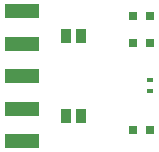
<source format=gbp>
G04 #@! TF.FileFunction,Paste,Bot*
%FSLAX46Y46*%
G04 Gerber Fmt 4.6, Leading zero omitted, Abs format (unit mm)*
G04 Created by KiCad (PCBNEW 4.0.7-e2-6376~58~ubuntu16.04.1) date Thu Aug  2 19:24:01 2018*
%MOMM*%
%LPD*%
G01*
G04 APERTURE LIST*
%ADD10C,0.100000*%
%ADD11R,0.800000X0.750000*%
%ADD12R,0.970000X1.270000*%
%ADD13R,0.600000X0.400000*%
%ADD14R,3.000000X1.250000*%
G04 APERTURE END LIST*
D10*
D11*
X164925000Y-93050000D03*
X163425000Y-93050000D03*
X164925000Y-102775000D03*
X163425000Y-102775000D03*
X164925000Y-95375000D03*
X163425000Y-95375000D03*
D12*
X157785000Y-94800000D03*
X159065000Y-94800000D03*
X159065000Y-101600000D03*
X157785000Y-101600000D03*
D13*
X164925000Y-99400000D03*
X164925000Y-98500000D03*
D14*
X154025000Y-103675000D03*
X154025000Y-100925000D03*
X154025000Y-98175000D03*
X154025000Y-95425000D03*
X154025000Y-92675000D03*
M02*

</source>
